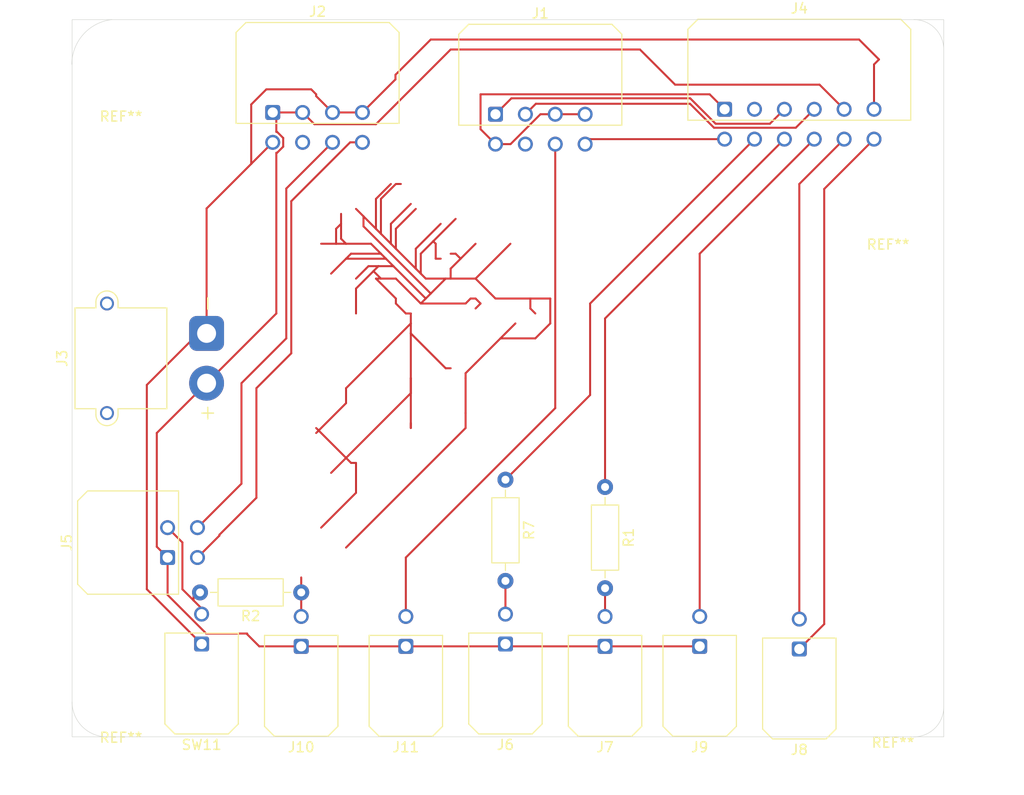
<source format=kicad_pcb>
(kicad_pcb (version 20241229) (generator "pcbnew") (generator_version "9.0")
  (layers (0 "F.Cu" signal) (2 "B.Cu" signal) (13 "F.Paste" user) (15 "B.Paste" user) (5 "F.SilkS" user "F.Silkscreen") (7 "B.SilkS" user "B.Silkscreen") (1 "F.Mask" user) (3 "B.Mask" user) (25 "Edge.Cuts" user))
  (net 0 "")
  (net 1 "/IMD.OK")
  (net 2 "/TS.ON")
  (net 3 "/~{BMS.FAULT}")
  (net 4 "/~{BMS.DISCHARGE.ENABLE}")
  (net 5 "+12V")
  (net 7 "/CAN.CHARGER.HIGH")
  (net 8 "/CAN.CHARGER.LOW")
  (net 9 "Net-(J4-Pin_8)")
  (net 10 "Net-(J4-Pin_9)")
  (net 11 "/ON")
  (net 12 "Net-(J10-Pin_2)")
  (net 13 "Net-(J6-Pin_2)")
  (net 14 "Net-(J7-Pin_2)")
  (net 15 "Net-(J4-Pin_12)")
  (net 16 "Net-(J4-Pin_10)")
  (net 17 "Net-(J4-Pin_11)")
  (net 20 "GND")
  (net 21 "/INV.CLOSE.+AIR")
  (footprint "Connector_Molex:Molex_Micro-Fit_3.0_43045-0200_2x01_P3.00mm_Horizontal" (layer "F.Cu") (at 131 100.415 180)
    (property "Reference" "J9" (at 0 -10.12 0) (layer "F.SilkS"))
    (property "Value" "JESUS button")
    (fp_line (start 3.685 1.1) (end -3.685 1.1) (stroke (width 0.12)) (layer "F.SilkS"))
    (fp_line (start 3.685 -8.03) (end 3.685 1.1) (stroke (width 0.12)) (layer "F.SilkS"))
    (fp_line (start 2.685 -9.03) (end 3.685 -8.03) (stroke (width 0.12)) (layer "F.SilkS"))
    (fp_line (start -2.685 -9.03) (end 2.685 -9.03) (stroke (width 0.12)) (layer "F.SilkS"))
    (fp_line (start -3.685 1.1) (end -3.685 -8.03) (stroke (width 0.12)) (layer "F.SilkS"))
    (fp_line (start -3.685 -8.03) (end -2.685 -9.03) (stroke (width 0.12)) (layer "F.SilkS"))
    (pad "" np_thru_hole circle (at 0 -4.32 180) (size 3 3) (drill 3) (layers "*.Cu" "*.Mask"))
    (pad "1" thru_hole roundrect (at 0 0 180) (size 1.5 1.5) (drill 1.02) (layers "*.Cu" "*.Mask") (roundrect_rratio 0.166667) (net 5 "+12V"))
    (pad "2" thru_hole circle (at 0 3 180) (size 1.5 1.5) (drill 1.02) (layers "*.Cu" "*.Mask") (net 16 "Net-(J4-Pin_10)"))
  )
  (footprint "pretty files:Mounting-Hole_M3_NoCourtyard" (layer "F.Cu") (at 150.41 110.58)
    (property "Reference" "REF**" (at 0 -0.5 0) (layer "F.SilkS"))
    (property "Value" "Mounting-Hole_M3_NoCourtyard")
    (pad "" np_thru_hole circle (at -0.91 -5.08) (size 3.2 3.2) (drill 3.2) (layers "*.Cu" "*.Mask"))
  )
  (footprint "Connector_Molex:Molex_Micro-Fit_3.0_43045-0200_2x01_P3.00mm_Horizontal" (layer "F.Cu") (at 91 100.415 180)
    (property "Reference" "J10" (at 0 -10.12 0) (layer "F.SilkS"))
    (property "Value" "mains power indicator")
    (fp_line (start 3.685 1.1) (end -3.685 1.1) (stroke (width 0.12)) (layer "F.SilkS"))
    (fp_line (start 3.685 -8.03) (end 3.685 1.1) (stroke (width 0.12)) (layer "F.SilkS"))
    (fp_line (start 2.685 -9.03) (end 3.685 -8.03) (stroke (width 0.12)) (layer "F.SilkS"))
    (fp_line (start -2.685 -9.03) (end 2.685 -9.03) (stroke (width 0.12)) (layer "F.SilkS"))
    (fp_line (start -3.685 1.1) (end -3.685 -8.03) (stroke (width 0.12)) (layer "F.SilkS"))
    (fp_line (start -3.685 -8.03) (end -2.685 -9.03) (stroke (width 0.12)) (layer "F.SilkS"))
    (pad "" np_thru_hole circle (at 0 -4.32 180) (size 3 3) (drill 3) (layers "*.Cu" "*.Mask"))
    (pad "1" thru_hole roundrect (at 0 0 180) (size 1.5 1.5) (drill 1.02) (layers "*.Cu" "*.Mask") (roundrect_rratio 0.166667) (net 5 "+12V"))
    (pad "2" thru_hole circle (at 0 3 180) (size 1.5 1.5) (drill 1.02) (layers "*.Cu" "*.Mask") (net 12 "Net-(J10-Pin_2)"))
  )
  (footprint "Connector_AMASS:AMASS_XT30PW-M_1x02_P2.50mm_Horizontal" (layer "F.Cu") (at 81.5 69 90)
    (property "Reference" "J3" (at -2.5 -14.5 90) (layer "F.SilkS"))
    (property "Value" "Main 12V")
    (fp_line (start 2.56 -13.21) (end 2.56 -11.11) (stroke (width 0.12)) (layer "F.SilkS"))
    (fp_line (start -7.56 -13.21) (end 2.56 -13.21) (stroke (width 0.12)) (layer "F.SilkS"))
    (fp_line (start -7.56 -13.21) (end -7.56 -11.11) (stroke (width 0.12)) (layer "F.SilkS"))
    (fp_line (start 2.56 -11.11) (end 3.15 -11.11) (stroke (width 0.12)) (layer "F.SilkS"))
    (fp_line (start -8.15 -11.11) (end -7.56 -11.11) (stroke (width 0.12)) (layer "F.SilkS"))
    (fp_line (start 2.56 -8.89) (end 3.15 -8.89) (stroke (width 0.12)) (layer "F.SilkS"))
    (fp_line (start 2.56 -8.89) (end 2.56 -3.99) (stroke (width 0.12)) (layer "F.SilkS"))
    (fp_line (start -7.56 -8.89) (end -7.56 -3.99) (stroke (width 0.12)) (layer "F.SilkS"))
    (fp_line (start -8.15 -8.89) (end -7.56 -8.89) (stroke (width 0.12)) (layer "F.SilkS"))
    (fp_line (start -7.56 -3.99) (end 2.56 -3.99) (stroke (width 0.12)) (layer "F.SilkS"))
    (fp_arc (start 3.15 -11.11) (mid 4.26 -10) (end 3.15 -8.89) (stroke (width 0.12)) (layer "F.SilkS"))
    (fp_arc (start -8.15 -8.89) (mid -9.26 -10) (end -8.15 -11.11) (stroke (width 0.12)) (layer "F.SilkS"))
    (fp_text user "+" (at -8 0 90) (layer "F.SilkS") (effects (font (size 1.5 1.5))))
    (fp_text user "-" (at 3 0 90) (layer "F.SilkS") (effects (font (size 1.5 1.5))))
    (pad "" thru_hole circle (at -8 -10 90) (size 1.4 1.4) (drill 1) (layers "*.Cu" "*.Mask"))
    (pad "" thru_hole circle (at 3 -10 90) (size 1.4 1.4) (drill 1) (layers "*.Cu" "*.Mask"))
    (pad "1" thru_hole roundrect (at 0 0 90) (size 3.5 3.5) (drill 1.9) (layers "*.Cu" "*.Mask") (roundrect_rratio 0.22) (net 20 "GND"))
    (pad "2" thru_hole circle (at -5 0 90) (size 3.5 3.5) (drill 1.9) (layers "*.Cu" "*.Mask") (net 5 "+12V"))
  )
  (footprint "Resistor_THT:R_Axial_DIN0207_L6.3mm_D2.5mm_P10.16mm_Horizontal" (layer "F.Cu") (at 121.5 84.42 -90)
    (property "Reference" "R1" (at 5.08 -2.37 90) (layer "F.SilkS"))
    (property "Value" "430")
    (fp_line (start 1.04 0) (end 1.81 0) (stroke (width 0.12)) (layer "F.SilkS"))
    (fp_line (start 9.12 0) (end 8.35 0) (stroke (width 0.12)) (layer "F.SilkS"))
    (fp_rect (start 1.81 -1.37) (end 8.35 1.37) (stroke (width 0.12)) (fill no) (layer "F.SilkS"))
    (pad "1" thru_hole circle (at 0 0 270) (size 1.6 1.6) (drill 0.8) (layers "*.Cu" "*.Mask") (net 10 "Net-(J4-Pin_9)"))
    (pad "2" thru_hole circle (at 10.16 0 270) (size 1.6 1.6) (drill 0.8) (layers "*.Cu" "*.Mask") (net 14 "Net-(J7-Pin_2)"))
  )
  (footprint "Connector_Molex:Molex_Micro-Fit_3.0_43045-0200_2x01_P3.00mm_Horizontal" (layer "F.Cu") (at 81 100.18 180)
    (property "Reference" "SW11" (at 0 -10.12 0) (layer "F.SilkS"))
    (property "Value" "ON BUTTON")
    (fp_line (start 3.685 1.1) (end -3.685 1.1) (stroke (width 0.12)) (layer "F.SilkS"))
    (fp_line (start 3.685 -8.03) (end 3.685 1.1) (stroke (width 0.12)) (layer "F.SilkS"))
    (fp_line (start 2.685 -9.03) (end 3.685 -8.03) (stroke (width 0.12)) (layer "F.SilkS"))
    (fp_line (start -2.685 -9.03) (end 2.685 -9.03) (stroke (width 0.12)) (layer "F.SilkS"))
    (fp_line (start -3.685 1.1) (end -3.685 -8.03) (stroke (width 0.12)) (layer "F.SilkS"))
    (fp_line (start -3.685 -8.03) (end -2.685 -9.03) (stroke (width 0.12)) (layer "F.SilkS"))
    (pad "" np_thru_hole circle (at 0 -4.32 180) (size 3 3) (drill 3) (layers "*.Cu" "*.Mask"))
    (pad "1" thru_hole roundrect (at 0 0 180) (size 1.5 1.5) (drill 1.02) (layers "*.Cu" "*.Mask") (roundrect_rratio 0.166667) (net 20 "GND"))
    (pad "2" thru_hole circle (at 0 3 180) (size 1.5 1.5) (drill 1.02) (layers "*.Cu" "*.Mask") (net 11 "/ON"))
  )
  (footprint "Connector_Molex:Molex_Micro-Fit_3.0_43045-0200_2x01_P3.00mm_Horizontal" (layer "F.Cu") (at 101.5 100.415 180)
    (property "Reference" "J11" (at 0 -10.12 0) (layer "F.SilkS"))
    (property "Value" "Close AIRs")
    (fp_line (start 3.685 1.1) (end -3.685 1.1) (stroke (width 0.12)) (layer "F.SilkS"))
    (fp_line (start 3.685 -8.03) (end 3.685 1.1) (stroke (width 0.12)) (layer "F.SilkS"))
    (fp_line (start 2.685 -9.03) (end 3.685 -8.03) (stroke (width 0.12)) (layer "F.SilkS"))
    (fp_line (start -2.685 -9.03) (end 2.685 -9.03) (stroke (width 0.12)) (layer "F.SilkS"))
    (fp_line (start -3.685 1.1) (end -3.685 -8.03) (stroke (width 0.12)) (layer "F.SilkS"))
    (fp_line (start -3.685 -8.03) (end -2.685 -9.03) (stroke (width 0.12)) (layer "F.SilkS"))
    (pad "" np_thru_hole circle (at 0 -4.32 180) (size 3 3) (drill 3) (layers "*.Cu" "*.Mask"))
    (pad "1" thru_hole roundrect (at 0 0 180) (size 1.5 1.5) (drill 1.02) (layers "*.Cu" "*.Mask") (roundrect_rratio 0.166667) (net 5 "+12V"))
    (pad "2" thru_hole circle (at 0 3 180) (size 1.5 1.5) (drill 1.02) (layers "*.Cu" "*.Mask") (net 2 "/TS.ON"))
  )
  (footprint "Connector_Molex:Molex_Micro-Fit_3.0_43045-0800_2x04_P3.00mm_Horizontal" (layer "F.Cu") (at 110.5 47)
    (property "Reference" "J1" (at 4.5 -10.12 0) (layer "F.SilkS"))
    (property "Value" "Accumulator 1")
    (fp_line (start -3.685 -8.03) (end -2.685 -9.03) (stroke (width 0.12)) (layer "F.SilkS"))
    (fp_line (start -3.685 1.1) (end -3.685 -8.03) (stroke (width 0.12)) (layer "F.SilkS"))
    (fp_line (start -2.685 -9.03) (end 11.685 -9.03) (stroke (width 0.12)) (layer "F.SilkS"))
    (fp_line (start 11.685 -9.03) (end 12.685 -8.03) (stroke (width 0.12)) (layer "F.SilkS"))
    (fp_line (start 12.685 -8.03) (end 12.685 1.1) (stroke (width 0.12)) (layer "F.SilkS"))
    (fp_line (start 12.685 1.1) (end -3.685 1.1) (stroke (width 0.12)) (layer "F.SilkS"))
    (pad "" np_thru_hole circle (at 2.16 -4.32) (size 3 3) (drill 3) (layers "*.Cu" "*.Mask"))
    (pad "" np_thru_hole circle (at 6.86 -4.32) (size 3 3) (drill 3) (layers "*.Cu" "*.Mask"))
    (pad "1" thru_hole roundrect (at 0 0) (size 1.5 1.5) (drill 1.02) (layers "*.Cu" "*.Mask") (roundrect_rratio 0.166667) (net 4 "/~{BMS.DISCHARGE.ENABLE}"))
    (pad "2" thru_hole circle (at 3 0) (size 1.5 1.5) (drill 1.02) (layers "*.Cu" "*.Mask") (net 3 "/~{BMS.FAULT}"))
    (pad "3" thru_hole circle (at 6 0) (size 1.5 1.5) (drill 1.02) (layers "*.Cu" "*.Mask") (net 21 "/INV.CLOSE.+AIR"))
    (pad "4" thru_hole circle (at 9 0) (size 1.5 1.5) (drill 1.02) (layers "*.Cu" "*.Mask") (net 21 "/INV.CLOSE.+AIR"))
    (pad "5" thru_hole circle (at 0 3) (size 1.5 1.5) (drill 1.02) (layers "*.Cu" "*.Mask") (net 21 "/INV.CLOSE.+AIR"))
    (pad "6" thru_hole circle (at 3 3) (size 1.5 1.5) (drill 1.02) (layers "*.Cu" "*.Mask"))
    (pad "7" thru_hole circle (at 6 3) (size 1.5 1.5) (drill 1.02) (layers "*.Cu" "*.Mask") (net 2 "/TS.ON"))
    (pad "8" thru_hole circle (at 9 3) (size 1.5 1.5) (drill 1.02) (layers "*.Cu" "*.Mask") (net 1 "/IMD.OK"))
  )
  (footprint "Connector_Molex:Molex_Micro-Fit_3.0_43045-0800_2x04_P3.00mm_Horizontal" (layer "F.Cu") (at 88.14 46.82)
    (property "Reference" "J2" (at 4.5 -10.12 0) (layer "F.SilkS"))
    (property "Value" "Accumulator 2")
    (fp_line (start -3.685 -8.03) (end -2.685 -9.03) (stroke (width 0.12)) (layer "F.SilkS"))
    (fp_line (start -3.685 1.1) (end -3.685 -8.03) (stroke (width 0.12)) (layer "F.SilkS"))
    (fp_line (start -2.685 -9.03) (end 11.685 -9.03) (stroke (width 0.12)) (layer "F.SilkS"))
    (fp_line (start 11.685 -9.03) (end 12.685 -8.03) (stroke (width 0.12)) (layer "F.SilkS"))
    (fp_line (start 12.685 -8.03) (end 12.685 1.1) (stroke (width 0.12)) (layer "F.SilkS"))
    (fp_line (start 12.685 1.1) (end -3.685 1.1) (stroke (width 0.12)) (layer "F.SilkS"))
    (pad "" np_thru_hole circle (at 2.16 -4.32) (size 3 3) (drill 3) (layers "*.Cu" "*.Mask"))
    (pad "" np_thru_hole circle (at 6.86 -4.32) (size 3 3) (drill 3) (layers "*.Cu" "*.Mask"))
    (pad "1" thru_hole roundrect (at 0 0) (size 1.5 1.5) (drill 1.02) (layers "*.Cu" "*.Mask") (roundrect_rratio 0.166667) (net 5 "+12V"))
    (pad "2" thru_hole circle (at 3 0) (size 1.5 1.5) (drill 1.02) (layers "*.Cu" "*.Mask") (net 5 "+12V"))
    (pad "3" thru_hole circle (at 6 0) (size 1.5 1.5) (drill 1.02) (layers "*.Cu" "*.Mask") (net 20 "GND"))
    (pad "4" thru_hole circle (at 9 0) (size 1.5 1.5) (drill 1.02) (layers "*.Cu" "*.Mask") (net 20 "GND"))
    (pad "5" thru_hole circle (at 0 3) (size 1.5 1.5) (drill 1.02) (layers "*.Cu" "*.Mask") (net 20 "GND"))
    (pad "6" thru_hole circle (at 3 3) (size 1.5 1.5) (drill 1.02) (layers "*.Cu" "*.Mask"))
    (pad "7" thru_hole circle (at 6 3) (size 1.5 1.5) (drill 1.02) (layers "*.Cu" "*.Mask") (net 8 "/CAN.CHARGER.LOW"))
    (pad "8" thru_hole circle (at 9 3) (size 1.5 1.5) (drill 1.02) (layers "*.Cu" "*.Mask") (net 7 "/CAN.CHARGER.HIGH"))
  )
  (footprint "Connector_Molex:Molex_Micro-Fit_3.0_43045-0200_2x01_P3.00mm_Horizontal" (layer "F.Cu") (at 111.5 100.18 180)
    (property "Reference" "J6" (at 0 -10.12 0) (layer "F.SilkS"))
    (property "Value" "IMD FAULT LED active low")
    (fp_line (start 3.685 1.1) (end -3.685 1.1) (stroke (width 0.12)) (layer "F.SilkS"))
    (fp_line (start 3.685 -8.03) (end 3.685 1.1) (stroke (width 0.12)) (layer "F.SilkS"))
    (fp_line (start 2.685 -9.03) (end 3.685 -8.03) (stroke (width 0.12)) (layer "F.SilkS"))
    (fp_line (start -2.685 -9.03) (end 2.685 -9.03) (stroke (width 0.12)) (layer "F.SilkS"))
    (fp_line (start -3.685 1.1) (end -3.685 -8.03) (stroke (width 0.12)) (layer "F.SilkS"))
    (fp_line (start -3.685 -8.03) (end -2.685 -9.03) (stroke (width 0.12)) (layer "F.SilkS"))
    (pad "" np_thru_hole circle (at 0 -4.32 180) (size 3 3) (drill 3) (layers "*.Cu" "*.Mask"))
    (pad "1" thru_hole roundrect (at 0 0 180) (size 1.5 1.5) (drill 1.02) (layers "*.Cu" "*.Mask") (roundrect_rratio 0.166667) (net 5 "+12V"))
    (pad "2" thru_hole circle (at 0 3 180) (size 1.5 1.5) (drill 1.02) (layers "*.Cu" "*.Mask") (net 13 "Net-(J6-Pin_2)"))
  )
  (footprint "pretty files:Mounting-Hole_M3_NoCourtyard" (layer "F.Cu") (at 149.91 60.58)
    (property "Reference" "REF**" (at 0 -0.5 0) (layer "F.SilkS"))
    (property "Value" "Mounting-Hole_M3_NoCourtyard")
    (pad "" np_thru_hole circle (at -0.91 -5.08) (size 3.2 3.2) (drill 3.2) (layers "*.Cu" "*.Mask"))
  )
  (footprint "pretty files:Mounting-Hole_M3_NoCourtyard" (layer "F.Cu") (at 72.91 47.7275)
    (property "Reference" "REF**" (at 0 -0.5 0) (layer "F.SilkS"))
    (property "Value" "Mounting-Hole_M3_NoCourtyard")
    (pad "" np_thru_hole circle (at -0.91 -5.08) (size 3.2 3.2) (drill 3.2) (layers "*.Cu" "*.Mask"))
  )
  (footprint "pretty files:Mounting-Hole_M3_NoCourtyard" (layer "F.Cu") (at 72.91 110.08)
    (property "Reference" "REF**" (at 0 -0.5 0) (layer "F.SilkS"))
    (property "Value" "Mounting-Hole_M3_NoCourtyard")
    (pad "" np_thru_hole circle (at -0.91 -5.08) (size 3.2 3.2) (drill 3.2) (layers "*.Cu" "*.Mask"))
  )
  (footprint "Resistor_THT:R_Axial_DIN0207_L6.3mm_D2.5mm_P10.16mm_Horizontal" (layer "F.Cu") (at 91 95 180)
    (property "Reference" "R2" (at 5.08 -2.37 0) (layer "F.SilkS"))
    (property "Value" "430")
    (fp_line (start 9.12 0) (end 8.35 0) (stroke (width 0.12)) (layer "F.SilkS"))
    (fp_line (start 1.04 0) (end 1.81 0) (stroke (width 0.12)) (layer "F.SilkS"))
    (fp_rect (start 1.81 -1.37) (end 8.35 1.37) (stroke (width 0.12)) (fill no) (layer "F.SilkS"))
    (pad "1" thru_hole circle (at 0 0 180) (size 1.6 1.6) (drill 0.8) (layers "*.Cu" "*.Mask") (net 12 "Net-(J10-Pin_2)"))
    (pad "2" thru_hole circle (at 10.16 0 180) (size 1.6 1.6) (drill 0.8) (layers "*.Cu" "*.Mask") (net 11 "/ON"))
  )
  (footprint "Connector_Molex:Molex_Micro-Fit_3.0_43045-0200_2x01_P3.00mm_Horizontal" (layer "F.Cu") (at 141 100.68 180)
    (property "Reference" "J8" (at 0 -10.12 0) (layer "F.SilkS"))
    (property "Value" "Latching reset")
    (fp_line (start 3.685 1.1) (end -3.685 1.1) (stroke (width 0.12)) (layer "F.SilkS"))
    (fp_line (start 3.685 -8.03) (end 3.685 1.1) (stroke (width 0.12)) (layer "F.SilkS"))
    (fp_line (start 2.685 -9.03) (end 3.685 -8.03) (stroke (width 0.12)) (layer "F.SilkS"))
    (fp_line (start -2.685 -9.03) (end 2.685 -9.03) (stroke (width 0.12)) (layer "F.SilkS"))
    (fp_line (start -3.685 1.1) (end -3.685 -8.03) (stroke (width 0.12)) (layer "F.SilkS"))
    (fp_line (start -3.685 -8.03) (end -2.685 -9.03) (stroke (width 0.12)) (layer "F.SilkS"))
    (pad "" np_thru_hole circle (at 0 -4.32 180) (size 3 3) (drill 3) (layers "*.Cu" "*.Mask"))
    (pad "1" thru_hole roundrect (at 0 0 180) (size 1.5 1.5) (drill 1.02) (layers "*.Cu" "*.Mask") (roundrect_rratio 0.166667) (net 15 "Net-(J4-Pin_12)"))
    (pad "2" thru_hole circle (at 0 3 180) (size 1.5 1.5) (drill 1.02) (layers "*.Cu" "*.Mask") (net 17 "Net-(J4-Pin_11)"))
  )
  (footprint "Resistor_THT:R_Axial_DIN0207_L6.3mm_D2.5mm_P10.16mm_Horizontal" (layer "F.Cu") (at 111.5 83.685 -90)
    (property "Reference" "R7" (at 5.08 -2.37 90) (layer "F.SilkS"))
    (property "Value" "430")
    (fp_line (start 1.04 0) (end 1.81 0) (stroke (width 0.12)) (layer "F.SilkS"))
    (fp_line (start 9.12 0) (end 8.35 0) (stroke (width 0.12)) (layer "F.SilkS"))
    (fp_rect (start 1.81 -1.37) (end 8.35 1.37) (stroke (width 0.12)) (fill no) (layer "F.SilkS"))
    (pad "1" thru_hole circle (at 0 0 270) (size 1.6 1.6) (drill 0.8) (layers "*.Cu" "*.Mask") (net 9 "Net-(J4-Pin_8)"))
    (pad "2" thru_hole circle (at 10.16 0 270) (size 1.6 1.6) (drill 0.8) (layers "*.Cu" "*.Mask") (net 13 "Net-(J6-Pin_2)"))
  )
  (footprint "Connector_Molex:Molex_Micro-Fit_3.0_43045-1200_2x06_P3.00mm_Horizontal" (layer "F.Cu") (at 133.5 46.5)
    (property "Reference" "J4" (at 7.5 -10.12 0) (layer "F.SilkS"))
    (property "Value" "Latching")
    (fp_line (start -3.685 -8.03) (end -2.685 -9.03) (stroke (width 0.12)) (layer "F.SilkS"))
    (fp_line (start -3.685 1.1) (end -3.685 -8.03) (stroke (width 0.12)) (layer "F.SilkS"))
    (fp_line (start -2.685 -9.03) (end 17.685 -9.03) (stroke (width 0.12)) (layer "F.SilkS"))
    (fp_line (start 17.685 -9.03) (end 18.685 -8.03) (stroke (width 0.12)) (layer "F.SilkS"))
    (fp_line (start 18.685 -8.03) (end 18.685 1.1) (stroke (width 0.12)) (layer "F.SilkS"))
    (fp_line (start 18.685 1.1) (end -3.685 1.1) (stroke (width 0.12)) (layer "F.SilkS"))
    (pad "" np_thru_hole circle (at 2.16 -4.32) (size 3 3) (drill 3) (layers "*.Cu" "*.Mask"))
    (pad "" np_thru_hole circle (at 12.86 -4.32) (size 3 3) (drill 3) (layers "*.Cu" "*.Mask"))
    (pad "1" thru_hole roundrect (at 0 0) (size 1.5 1.5) (drill 1.02) (layers "*.Cu" "*.Mask") (roundrect_rratio 0.166667) (net 21 "/INV.CLOSE.+AIR"))
    (pad "2" thru_hole circle (at 3 0) (size 1.5 1.5) (drill 1.02) (layers "*.Cu" "*.Mask"))
    (pad "3" thru_hole circle (at 6 0) (size 1.5 1.5) (drill 1.02) (layers "*.Cu" "*.Mask") (net 4 "/~{BMS.DISCHARGE.ENABLE}"))
    (pad "4" thru_hole circle (at 9 0) (size 1.5 1.5) (drill 1.02) (layers "*.Cu" "*.Mask") (net 3 "/~{BMS.FAULT}"))
    (pad "5" thru_hole circle (at 12 0) (size 1.5 1.5) (drill 1.02) (layers "*.Cu" "*.Mask") (net 5 "+12V"))
    (pad "6" thru_hole circle (at 15 0) (size 1.5 1.5) (drill 1.02) (layers "*.Cu" "*.Mask") (net 20 "GND"))
    (pad "7" thru_hole circle (at 0 3) (size 1.5 1.5) (drill 1.02) (layers "*.Cu" "*.Mask") (net 1 "/IMD.OK"))
    (pad "8" thru_hole circle (at 3 3) (size 1.5 1.5) (drill 1.02) (layers "*.Cu" "*.Mask") (net 9 "Net-(J4-Pin_8)"))
    (pad "9" thru_hole circle (at 6 3) (size 1.5 1.5) (drill 1.02) (layers "*.Cu" "*.Mask") (net 10 "Net-(J4-Pin_9)"))
    (pad "10" thru_hole circle (at 9 3) (size 1.5 1.5) (drill 1.02) (layers "*.Cu" "*.Mask") (net 16 "Net-(J4-Pin_10)"))
    (pad "11" thru_hole circle (at 12 3) (size 1.5 1.5) (drill 1.02) (layers "*.Cu" "*.Mask") (net 17 "Net-(J4-Pin_11)"))
    (pad "12" thru_hole circle (at 15 3) (size 1.5 1.5) (drill 1.02) (layers "*.Cu" "*.Mask") (net 15 "Net-(J4-Pin_12)"))
  )
  (footprint "Connector_Molex:Molex_Micro-Fit_3.0_43045-0400_2x02_P3.00mm_Horizontal" (layer "F.Cu") (at 77.585 91.5 90)
    (property "Reference" "J5" (at 1.5 -10.12 90) (layer "F.SilkS"))
    (property "Value" "Charger")
    (fp_line (start 5.685 -9.03) (end 6.685 -8.03) (stroke (width 0.12)) (layer "F.SilkS"))
    (fp_line (start -2.685 -9.03) (end 5.685 -9.03) (stroke (width 0.12)) (layer "F.SilkS"))
    (fp_line (start 6.685 -8.03) (end 6.685 1.1) (stroke (width 0.12)) (layer "F.SilkS"))
    (fp_line (start -3.685 -8.03) (end -2.685 -9.03) (stroke (width 0.12)) (layer "F.SilkS"))
    (fp_line (start 6.685 1.1) (end -3.685 1.1) (stroke (width 0.12)) (layer "F.SilkS"))
    (fp_line (start -3.685 1.1) (end -3.685 -8.03) (stroke (width 0.12)) (layer "F.SilkS"))
    (pad "" np_thru_hole circle (at 1.5 -4.32 90) (size 3 3) (drill 3) (layers "*.Cu" "*.Mask"))
    (pad "1" thru_hole roundrect (at 0 0 90) (size 1.5 1.5) (drill 1.02) (layers "*.Cu" "*.Mask") (roundrect_rratio 0.166667) (net 5 "+12V"))
    (pad "2" thru_hole circle (at 3 0 90) (size 1.5 1.5) (drill 1.02) (layers "*.Cu" "*.Mask") (net 11 "/ON"))
    (pad "3" thru_hole circle (at 0 3 90) (size 1.5 1.5) (drill 1.02) (layers "*.Cu" "*.Mask") (net 7 "/CAN.CHARGER.HIGH"))
    (pad "4" thru_hole circle (at 3 3 90) (size 1.5 1.5) (drill 1.02) (layers "*.Cu" "*.Mask") (net 8 "/CAN.CHARGER.LOW"))
  )
  (footprint "Connector_Molex:Molex_Micro-Fit_3.0_43045-0200_2x01_P3.00mm_Horizontal" (layer "F.Cu") (at 121.5 100.415 180)
    (property "Reference" "J7" (at 0 -10.12 0) (layer "F.SilkS"))
    (property "Value" "BMS LED active low")
    (fp_line (start 3.685 1.1) (end -3.685 1.1) (stroke (width 0.12)) (layer "F.SilkS"))
    (fp_line (start 3.685 -8.03) (end 3.685 1.1) (stroke (width 0.12)) (layer "F.SilkS"))
    (fp_line (start 2.685 -9.03) (end 3.685 -8.03) (stroke (width 0.12)) (layer "F.SilkS"))
    (fp_line (start -2.685 -9.03) (end 2.685 -9.03) (stroke (width 0.12)) (layer "F.SilkS"))
    (fp_line (start -3.685 1.1) (end -3.685 -8.03) (stroke (width 0.12)) (layer "F.SilkS"))
    (fp_line (start -3.685 -8.03) (end -2.685 -9.03) (stroke (width 0.12)) (layer "F.SilkS"))
    (pad "" np_thru_hole circle (at 0 -4.32 180) (size 3 3) (drill 3) (layers "*.Cu" "*.Mask"))
    (pad "1" thru_hole roundrect (at 0 0 180) (size 1.5 1.5) (drill 1.02) (layers "*.Cu" "*.Mask") (roundrect_rratio 0.166667) (net 5 "+12V"))
    (pad "2" thru_hole circle (at 0 3 180) (size 1.5 1.5) (drill 1.02) (layers "*.Cu" "*.Mask") (net 14 "Net-(J7-Pin_2)"))
  )
  (gr_arc (start 152.5 37.5) (mid 154.62132 38.37868) (end 155.5 40.5) (stroke (width 0.05)) (layer "Edge.Cuts"))
  (gr_arc (start 71.5 109.5) (mid 69.025126 108.474874) (end 68 106) (stroke (width 0.05)) (layer "Edge.Cuts"))
  (gr_arc (start 155.5 106.5) (mid 154.62132 108.62132) (end 152.5 109.5) (stroke (width 0.05)) (layer "Edge.Cuts"))
  (gr_rect (start 68 37.5) (end 155.5 109.5) (stroke (width 0.05)) (fill no) (layer "Edge.Cuts"))
  (gr_arc (start 67.972307 42) (mid 69.126289 38.980384) (end 72 37.5) (stroke (width 0.05)) (layer "Edge.Cuts"))
  (segment (start 120 49.5) (end 119.5 50) (width 0.2) (layer "F.Cu") (net 1))
  (segment (start 133.5 49.5) (end 120 49.5) (width 0.2) (layer "F.Cu") (net 1))
  (segment (start 101.5 97.415) (end 101.5 91.5) (width 0.2) (layer "F.Cu") (net 2))
  (segment (start 116.5 76.5) (end 101.5 91.5) (width 0.2) (layer "F.Cu") (net 2))
  (segment (start 116.5 76.5) (end 116.5 50) (width 0.2) (layer "F.Cu") (net 2))
  (segment (start 113.5 47) (end 114.551 45.949) (width 0.2) (layer "F.Cu") (net 3))
  (segment (start 140.647 48.353) (end 142.5 46.5) (width 0.2) (layer "F.Cu") (net 3))
  (segment (start 130.02864 45.949) (end 132.43264 48.353) (width 0.2) (layer "F.Cu") (net 3))
  (segment (start 114.551 45.949) (end 130.02864 45.949) (width 0.2) (layer "F.Cu") (net 3))
  (segment (start 132.43264 48.353) (end 140.647 48.353) (width 0.2) (layer "F.Cu") (net 3))
  (segment (start 130.04774 45.401) (end 132.59874 47.952) (width 0.2) (layer "F.Cu") (net 4))
  (segment (start 138.048 47.952) (end 139.5 46.5) (width 0.2) (layer "F.Cu") (net 4))
  (segment (start 132.59874 47.952) (end 138.048 47.952) (width 0.2) (layer "F.Cu") (net 4))
  (segment (start 112.099 45.401) (end 130.04774 45.401) (width 0.2) (layer "F.Cu") (net 4))
  (segment (start 110.5 47) (end 112.099 45.401) (width 0.2) (layer "F.Cu") (net 4))
  (segment (start 91.14 46.82) (end 92.32 48) (width 0.2) (layer "F.Cu") (net 5))
  (segment (start 91 100.415) (end 101 100.415) (width 0.2) (layer "F.Cu") (net 5))
  (segment (start 88.575339 48.769) (end 89.191 49.384661) (width 0.2) (layer "F.Cu") (net 5))
  (segment (start 88.575339 50.871) (end 88.5 50.871) (width 0.2) (layer "F.Cu") (net 5))
  (segment (start 121 100.415) (end 131 100.415) (width 0.2) (layer "F.Cu") (net 5))
  (segment (start 81.462661 99.129) (end 85.5 99.129) (width 0.2) (layer "F.Cu") (net 5))
  (segment (start 125 40.5) (end 128.531 44.031) (width 0.2) (layer "F.Cu") (net 5))
  (segment (start 143.031 44.031) (end 145.5 46.5) (width 0.2) (layer "F.Cu") (net 5))
  (segment (start 88.5 47.18) (end 88.5 48.769) (width 0.2) (layer "F.Cu") (net 5))
  (segment (start 89.191 50.255339) (end 88.575339 50.871) (width 0.2) (layer "F.Cu") (net 5))
  (segment (start 86.786 100.415) (end 85.5 99.129) (width 0.2) (layer "F.Cu") (net 5))
  (segment (start 77.585 91.5) (end 77.585 95.251339) (width 0.2) (layer "F.Cu") (net 5))
  (segment (start 89.191 49.384661) (end 89.191 50.255339) (width 0.2) (layer "F.Cu") (net 5))
  (segment (start 98.5 48) (end 106 40.5) (width 0.2) (layer "F.Cu") (net 5))
  (segment (start 81.5 74) (end 76.5 79) (width 0.2) (layer "F.Cu") (net 5))
  (segment (start 128.531 44.031) (end 143.031 44.031) (width 0.2) (layer "F.Cu") (net 5))
  (segment (start 92.32 48) (end 98.5 48) (width 0.2) (layer "F.Cu") (net 5))
  (segment (start 111 100.415) (end 121 100.415) (width 0.2) (layer "F.Cu") (net 5))
  (segment (start 88.5 67) (end 81.5 74) (width 0.2) (layer "F.Cu") (net 5))
  (segment (start 101 100.415) (end 111 100.415) (width 0.2) (layer "F.Cu") (net 5))
  (segment (start 106 40.5) (end 125 40.5) (width 0.2) (layer "F.Cu") (net 5))
  (segment (start 88.5 48.769) (end 88.575339 48.769) (width 0.2) (layer "F.Cu") (net 5))
  (segment (start 88.14 46.82) (end 88.5 47.18) (width 0.2) (layer "F.Cu") (net 5))
  (segment (start 77.585 95.251339) (end 81.462661 99.129) (width 0.2) (layer "F.Cu") (net 5))
  (segment (start 88.5 50.871) (end 88.5 67) (width 0.2) (layer "F.Cu") (net 5))
  (segment (start 85.5 99.129) (end 85.582 99.129) (width 0.2) (layer "F.Cu") (net 5))
  (segment (start 91 100.415) (end 86.786 100.415) (width 0.2) (layer "F.Cu") (net 5))
  (segment (start 76.5 90.415) (end 77.585 91.5) (width 0.2) (layer "F.Cu") (net 5))
  (segment (start 91.14 46.82) (end 88.14 46.82) (width 0.2) (layer "F.Cu") (net 5))
  (segment (start 76.5 79) (end 76.5 90.415) (width 0.2) (layer "F.Cu") (net 5))
  (segment (start 80.585 91.5) (end 82.78567 89.29933) (width 0.2) (layer "F.Cu") (net 7))
  (segment (start 86.5 74.5) (end 90 71) (width 0.2) (layer "F.Cu") (net 7))
  (segment (start 90 71) (end 90 55.73) (width 0.2) (layer "F.Cu") (net 7))
  (segment (start 90 55.73) (end 95.91 49.82) (width 0.2) (layer "F.Cu") (net 7))
  (segment (start 86.5 85.5) (end 86.5 74.5) (width 0.2) (layer "F.Cu") (net 7))
  (segment (start 82.78567 89.29933) (end 82.78567 89.214331) (width 0.2) (layer "F.Cu") (net 7))
  (segment (start 82.78567 89.214331) (end 86.5 85.5) (width 0.2) (layer "F.Cu") (net 7))
  (segment (start 95.91 49.82) (end 97.14 49.82) (width 0.2) (layer "F.Cu") (net 7))
  (segment (start 89.5 69.5) (end 89.5 54.46) (width 0.2) (layer "F.Cu") (net 8))
  (segment (start 80.585 88.5) (end 85 84.085) (width 0.2) (layer "F.Cu") (net 8))
  (segment (start 89.5 54.46) (end 94.14 49.82) (width 0.2) (layer "F.Cu") (net 8))
  (segment (start 85 84.085) (end 85 74) (width 0.2) (layer "F.Cu") (net 8))
  (segment (start 85 74) (end 89.5 69.5) (width 0.2) (layer "F.Cu") (net 8))
  (segment (start 120 66) (end 136.5 49.5) (width 0.2) (layer "F.Cu") (net 9))
  (segment (start 111.5 83.685) (end 120 75.185) (width 0.2) (layer "F.Cu") (net 9))
  (segment (start 120 75.185) (end 120 66) (width 0.2) (layer "F.Cu") (net 9))
  (segment (start 121.5 67.5) (end 121.5 84.42) (width 0.2) (layer "F.Cu") (net 10))
  (segment (start 139.5 49.5) (end 121.5 67.5) (width 0.2) (layer "F.Cu") (net 10))
  (segment (start 80.19355 95.80645) (end 81.28355 96.89645) (width 0.2) (layer "F.Cu") (net 11))
  (segment (start 77.585 88.5) (end 79.071339 89.986339) (width 0.2) (layer "F.Cu") (net 11))
  (segment (start 80.19355 95.22645) (end 80.19355 95.80645) (width 0.2) (layer "F.Cu") (net 11))
  (segment (start 79.071339 89.986339) (end 79.071339 94.684239) (width 0.2) (layer "F.Cu") (net 11))
  (segment (start 79.071339 94.684239) (end 80.19355 95.80645) (width 0.2) (layer "F.Cu") (net 11))
  (segment (start 95.5 60) (end 95 59.5) (width 0.2) (layer "F.Cu") (net 12))
  (segment (start 108.5 72) (end 111 69.5) (width 0.2) (layer "F.Cu") (net 12))
  (segment (start 100.5 60.5) (end 100.5 58.5) (width 0.2) (layer "F.Cu") (net 12))
  (segment (start 96 61) (end 95.5 61.5) (width 0.2) (layer "F.Cu") (net 12))
  (segment (start 100.5 54) (end 101 54) (width 0.2) (layer "F.Cu") (net 12))
  (segment (start 102.5 60.5) (end 105 58) (width 0.2) (layer "F.Cu") (net 12))
  (segment (start 100 60) (end 99 59) (width 0.2) (layer "F.Cu") (net 12))
  (segment (start 102 68) (end 95.5 74.5) (width 0.2) (layer "F.Cu") (net 12))
  (segment (start 102 67) (end 102 68) (width 0.2) (layer "F.Cu") (net 12))
  (segment (start 102.5 62.5) (end 102.5 60.5) (width 0.2) (layer "F.Cu") (net 12))
  (segment (start 102 73.5) (end 102 75) (width 0.2) (layer "F.Cu") (net 12))
  (segment (start 103.5 63.5) (end 103 63) (width 0.2) (layer "F.Cu") (net 12))
  (segment (start 98.5 58.5) (end 97.25 57.25) (width 0.2) (layer "F.Cu") (net 12))
  (segment (start 107 61.5) (end 108.5 60) (width 0.2) (layer "F.Cu") (net 12))
  (segment (start 94.5 58.5) (end 95 58) (width 0.2) (layer "F.Cu") (net 12))
  (segment (start 114.5 69.5) (end 116 68) (width 0.2) (layer "F.Cu") (net 12))
  (segment (start 96.5 85) (end 93 88.5) (width 0.2) (layer "F.Cu") (net 12))
  (segment (start 94.5 60) (end 93 60) (width 0.2) (layer "F.Cu") (net 12))
  (segment (start 114 66.5) (end 114.5 67) (width 0.2) (layer "F.Cu") (net 12))
  (segment (start 108.5 63.5) (end 106 63.5) (width 0.2) (layer "F.Cu") (net 12))
  (segment (start 107.5 77) (end 107.5 78.5) (width 0.2) (layer "F.Cu") (net 12))
  (segment (start 97.25 57.25) (end 96.5 56.5) (width 0.2) (layer "F.Cu") (net 12))
  (segment (start 105.5 63.5) (end 104 65) (width 0.2) (layer "F.Cu") (net 12))
  (segment (start 103 66) (end 100.5 63.5) (width 0.2) (layer "F.Cu") (net 12))
  (segment (start 98.5 63.5) (end 100.5 65.5) (width 0.2) (layer "F.Cu") (net 12))
  (segment (start 110.5 65.5) (end 110 65) (width 0.2) (layer "F.Cu") (net 12))
  (segment (start 104.5 60) (end 104.5 61.5) (width 0.2) (layer "F.Cu") (net 12))
  (segment (start 107.5 73) (end 108.5 72) (width 0.2) (layer "F.Cu") (net 12))
  (segment (start 107.5 78.5) (end 95.5 90.5) (width 0.2) (layer "F.Cu") (net 12))
  (segment (start 95.5 61.5) (end 94 63) (width 0.2) (layer "F.Cu") (net 12))
  (segment (start 95.5 76) (end 92.5 79) (width 0.2) (layer "F.Cu") (net 12))
  (segment (start 103.5 65.5) (end 100.25 62.25) (width 0.2) (layer "F.Cu") (net 12))
  (segment (start 103 61) (end 104.25 59.75) (width 0.2) (layer "F.Cu") (net 12))
  (segment (start 106.5 61) (end 106 61) (width 0.2) (layer "F.Cu") (net 12))
  (segment (start 102.5 62.5) (end 100.5 60.5) (width 0.2) (layer "F.Cu") (net 12))
  (segment (start 98.25 62.75) (end 96.5 64.5) (width 0.2) (layer "F.Cu") (net 12))
  (segment (start 114 65.5) (end 110.5 65.5) (width 0.2) (layer "F.Cu") (net 12))
  (segment (start 99 59) (end 98.5 58.5) (width 0.2) (layer "F.Cu") (net 12))
  (segment (start 96.5 64.5) (end 96.5 67) (width 0.2) (layer "F.Cu") (net 12))
  (segment (start 105.5 63.5) (end 103.5 63.5) (width 0.2) (layer "F.Cu") (net 12))
  (segment (start 101.5 67) (end 102 67) (width 0.2) (layer "F.Cu") (net 12))
  (segment (start 95 58) (end 95 57) (width 0.2) (layer "F.Cu") (net 12))
  (segment (start 103 66) (end 107.5 66) (width 0.2) (layer "F.Cu") (net 12))
  (segment (start 96.5 82) (end 96.5 85) (width 0.2) (layer "F.Cu") (net 12))
  (segment (start 94.5 60) (end 94.5 58.5) (width 0.2) (layer "F.Cu") (net 12))
  (segment (start 106 62.5) (end 107 61.5) (width 0.2) (layer "F.Cu") (net 12))
  (segment (start 99 55.5) (end 100.5 54) (width 0.2) (layer "F.Cu") (net 12))
  (segment (start 99.5 61.5) (end 95.5 61.5) (width 0.2) (layer "F.Cu") (net 12))
  (segment (start 98.25 62.75) (end 99 63.5) (width 0.2) (layer "F.Cu") (net 12))
  (segment (start 116 68) (end 116 65.5) (width 0.2) (layer "F.Cu") (net 12))
  (segment (start 98.75 62.25) (end 97.75 62.25) (width 0.2) (layer "F.Cu") (net 12))
  (segment (start 100 58) (end 102 56) (width 0.2) (layer "F.Cu") (net 12))
  (segment (start 98.5 55.5) (end 100 54) (width 0.2) (layer "F.Cu") (net 12))
  (segment (start 107.5 77) (end 107.5 73.5) (width 0.2) (layer "F.Cu") (net 12))
  (segment (start 111 69.5) (end 112.5 68) (width 0.2) (layer "F.Cu") (net 12))
  (segment (start 116 65.5) (end 114 65.5) (width 0.2) (layer "F.Cu") (net 12))
  (segment (start 100.5 65.5) (end 100.5 66) (width 0.2) (layer "F.Cu") (net 12))
  (segment (start 107.5 73.5) (end 107.5 73) (width 0.2) (layer "F.Cu") (net 12))
  (segment (start 104.25 59.75) (end 104.5 60) (width 0.2) (layer "F.Cu") (net 12))
  (segment (start 107.5 66) (end 108 65.5) (width 0.2) (layer "F.Cu") (net 12))
  (segment (start 92.5 78.5) (end 96 82) (width 0.2) (layer "F.Cu") (net 12))
  (segment (start 99 63.5) (end 98.5 63.5) (width 0.2) (layer "F.Cu") (net 12))
  (segment (start 95.5 74.5) (end 95.5 76) (width 0.2) (layer "F.Cu") (net 12))
  (segment (start 102 73.5) (end 102 78.5) (width 0.2) (layer "F.Cu") (net 12))
  (segment (start 96 82) (end 96.5 82) (width 0.2) (layer "F.Cu") (net 12))
  (segment (start 98.5 58.5) (end 98.5 55.5) (width 0.2) (layer "F.Cu") (net 12))
  (segment (start 114 65.5) (end 114 66.5) (width 0.2) (layer "F.Cu") (net 12))
  (segment (start 100 60) (end 100 58) (width 0.2) (layer "F.Cu") (net 12))
  (segment (start 105.5 72.5) (end 106 72.5) (width 0.2) (layer "F.Cu") (net 12))
  (segment (start 106 63.5) (end 105.5 63.5) (width 0.2) (layer "F.Cu") (net 12))
  (segment (start 100.25 62.25) (end 98.75 62.25) (width 0.2) (layer "F.Cu") (net 12))
  (segment (start 98.75 62.25) (end 98.25 62.75) (width 0.2) (layer "F.Cu") (net 12))
  (segment (start 99 61) (end 96 61) (width 0.2) (layer "F.Cu") (net 12))
  (segment (start 99 61) (end 98 60) (width 0.2) (layer "F.Cu") (net 12))
  (segment (start 102 78.5) (end 102 78) (width 0.2) (layer "F.Cu") (net 12))
  (segment (start 99 59) (end 99 55.5) (width 0.2) (layer "F.Cu") (net 12))
  (segment (start 109 66) (end 108.5 66.5) (width 0.2) (layer "F.Cu") (net 12))
  (segment (start 104.25 59.75) (end 106.5 57.5) (width 0.2) (layer "F.Cu") (net 12))
  (segment (start 97.5 62.5) (end 96.5 63.5) (width 0.2) (layer "F.Cu") (net 12))
  (segment (start 98 60) (end 95.5 60) (width 0.2) (layer "F.Cu") (net 12))
  (segment (start 107 61.5) (end 106.5 61) (width 0.2) (layer "F.Cu") (net 12))
  (segment (start 91 95) (end 91 93.5) (width 0.2) (layer "F.Cu") (net 12))
  (segment (start 103.5 65.5) (end 103 66) (width 0.2) (layer "F.Cu") (net 12))
  (segment (start 97.25 58.25) (end 97.25 57.25) (width 0.2) (layer "F.Cu") (net 12))
  (segment (start 103 63) (end 102.5 62.5) (width 0.2) (layer "F.Cu") (net 12))
  (segment (start 111 69.5) (end 114.5 69.5) (width 0.2) (layer "F.Cu") (net 12))
  (segment (start 100.5 63.5) (end 99 63.5) (width 0.2) (layer "F.Cu") (net 12))
  (segment (start 100.25 62.25) (end 99.5 61.5) (width 0.2) (layer "F.Cu") (net 12))
  (segment (start 106 63.5) (end 106 62.5) (width 0.2) (layer "F.Cu") (net 12))
  (segment (start 104.5 61.5) (end 105 61.5) (width 0.2) (layer "F.Cu") (net 12))
  (segment (start 102 69) (end 102 73.5) (width 0.2) (layer "F.Cu") (net 12))
  (segment (start 108.5 65.5) (end 109 66) (width 0.2) (layer "F.Cu") (net 12))
  (segment (start 104 65) (end 97.25 58.25) (width 0.2) (layer "F.Cu") (net 12))
  (segment (start 103 63) (end 103 61) (width 0.2) (layer "F.Cu") (net 12))
  (segment (start 91 94.58) (end 91 97.415) (width 0.2) (layer "F.Cu") (net 12))
  (segment (start 104 65) (end 103.5 65.5) (width 0.2) (layer "F.Cu") (net 12))
  (segment (start 97.75 62.25) (end 97.5 62.5) (width 0.2) (layer "F.Cu") (net 12))
  (segment (start 99.5 61.5) (end 99 61) (width 0.2) (layer "F.Cu") (net 12))
  (segment (start 108.5 63.5) (end 112 60) (width 0.2) (layer "F.Cu") (net 12))
  (segment (start 100.5 66) (end 101.5 67) (width 0.2) (layer "F.Cu") (net 12))
  (segment (start 102 68) (end 102 69) (width 0.2) (layer "F.Cu") (net 12))
  (segment (start 108 65.5) (end 108.5 65.5) (width 0.2) (layer "F.Cu") (net 12))
  (segment (start 100.5 58.5) (end 102.5 56.5) (width 0.2) (layer "F.Cu") (net 12))
  (segment (start 95.5 60) (end 94.5 60) (width 0.2) (layer "F.Cu") (net 12))
  (segment (start 95 59.5) (end 95 58) (width 0.2) (layer "F.Cu") (net 12))
  (segment (start 102 75) (end 94 83) (width 0.2) (layer "F.Cu") (net 12))
  (segment (start 100.5 60.5) (end 100 60) (width 0.2) (layer "F.Cu") (net 12))
  (segment (start 102 69) (end 105.5 72.5) (width 0.2) (layer "F.Cu") (net 12))
  (segment (start 110 65) (end 108.5 63.5) (width 0.2) (layer "F.Cu") (net 12))
  (segment (start 111.5 93.845) (end 111.5 97.18) (width 0.2) (layer "F.Cu") (net 13))
  (segment (start 121.5 94.58) (end 121.5 97.415) (width 0.2) (layer "F.Cu") (net 14))
  (segment (start 143.5 54.5) (end 143.5 98.18) (width 0.2) (layer "F.Cu") (net 15))
  (segment (start 148.5 49.5) (end 143.5 54.5) (width 0.2) (layer "F.Cu") (net 15))
  (segment (start 143.5 98.18) (end 141 100.68) (width 0.2) (layer "F.Cu") (net 15))
  (segment (start 131 61) (end 131 97.415) (width 0.2) (layer "F.Cu") (net 16))
  (segment (start 142.5 49.5) (end 131 61) (width 0.2) (layer "F.Cu") (net 16))
  (segment (start 141 97.68) (end 141 54) (width 0.2) (layer "F.Cu") (net 17))
  (segment (start 141 54) (end 145.5 49.5) (width 0.2) (layer "F.Cu") (net 17))
  (segment (start 85.98 51.98) (end 88.14 49.82) (width 0.2) (layer "F.Cu") (net 20))
  (segment (start 81.5 56.46) (end 85.98 51.98) (width 0.2) (layer "F.Cu") (net 20))
  (segment (start 75.5 94.68) (end 75.5 74.175) (width 0.2) (layer "F.Cu") (net 20))
  (segment (start 87.5 44.5) (end 92 44.5) (width 0.2) (layer "F.Cu") (net 20))
  (segment (start 94.14 46.82) (end 97.14 46.82) (width 0.2) (layer "F.Cu") (net 20))
  (segment (start 100.46 43.5) (end 100.46 43.04) (width 0.2) (layer "F.Cu") (net 20))
  (segment (start 81.5 69) (end 81.5 56.46) (width 0.2) (layer "F.Cu") (net 20))
  (segment (start 148.5 42) (end 148.5 46.5) (width 0.2) (layer "F.Cu") (net 20))
  (segment (start 81 100.18) (end 75.5 94.68) (width 0.2) (layer "F.Cu") (net 20))
  (segment (start 147 39.5) (end 104 39.5) (width 0.2) (layer "F.Cu") (net 20))
  (segment (start 85.98 51.98) (end 85.98 46.02) (width 0.2) (layer "F.Cu") (net 20))
  (segment (start 149 41.5) (end 148.5 42) (width 0.2) (layer "F.Cu") (net 20))
  (segment (start 92 44.5) (end 92.5 45) (width 0.2) (layer "F.Cu") (net 20))
  (segment (start 85.98 46.02) (end 87.5 44.5) (width 0.2) (layer "F.Cu") (net 20))
  (segment (start 92.5 45) (end 92.5 45.18) (width 0.2) (layer "F.Cu") (net 20))
  (segment (start 104 39.5) (end 100.46 43.04) (width 0.2) (layer "F.Cu") (net 20))
  (segment (start 97.14 46.82) (end 100.46 43.5) (width 0.2) (layer "F.Cu") (net 20))
  (segment (start 75.5 74.175) (end 80.675 69) (width 0.2) (layer "F.Cu") (net 20))
  (segment (start 92.5 45.18) (end 94.14 46.82) (width 0.2) (layer "F.Cu") (net 20))
  (segment (start 147 39.5) (end 149 41.5) (width 0.2) (layer "F.Cu") (net 20))
  (segment (start 109 45) (end 132 45) (width 0.2) (layer "F.Cu") (net 21))
  (segment (start 116.5 47) (end 115.013661 47) (width 0.2) (layer "F.Cu") (net 21))
  (segment (start 110.5 50) (end 109 48.5) (width 0.2) (layer "F.Cu") (net 21))
  (segment (start 115.013661 47) (end 112.013661 50) (width 0.2) (layer "F.Cu") (net 21))
  (segment (start 109 48.5) (end 109 45) (width 0.2) (layer "F.Cu") (net 21))
  (segment (start 132 45) (end 133.5 46.5) (width 0.2) (layer "F.Cu") (net 21))
  (segment (start 112.013661 50) (end 110.5 50) (width 0.2) (layer "F.Cu") (net 21))
  (segment (start 116.5 47) (end 119.5 47) (width 0.2) (layer "F.Cu") (net 21))
)
</source>
